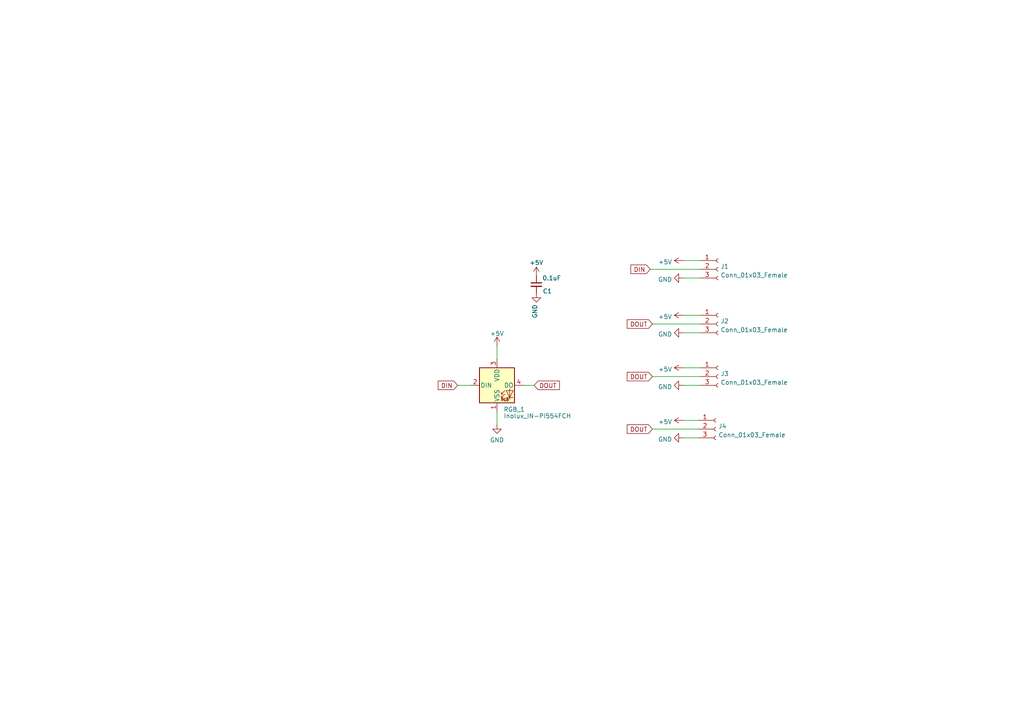
<source format=kicad_sch>
(kicad_sch (version 20211123) (generator eeschema)
  (paper "A4")
  (lib_symbols
    (symbol "Connector:Conn_01x03_Female" (pin_names (offset 1.016) hide)
      (property "Reference" "J" (at 0 5.08 0))
      (property "Value" "Conn_01x03_Female" (at 0 -5.08 0))
      (symbol "Conn_01x03_Female_1_1"
        (arc (start 0 -2.032) (mid -0.508 -2.54) (end 0 -3.048) (stroke (width 0.1524)))
        (polyline (pts (xy -1.27 -2.54) (xy -0.508 -2.54)) (stroke (width 0.1524)))
        (polyline (pts (xy -1.27 0) (xy -0.508 0)) (stroke (width 0.1524)))
        (polyline (pts (xy -1.27 2.54) (xy -0.508 2.54)) (stroke (width 0.1524)))
        (arc (start 0 0.508) (mid -0.508 0) (end 0 -0.508) (stroke (width 0.1524)))
        (arc (start 0 3.048) (mid -0.508 2.54) (end 0 2.032) (stroke (width 0.1524)))
        (pin passive line (at -5.08 2.54 0) (length 3.81) (name "Pin_1") (number "1"))
        (pin passive line (at -5.08 0 0) (length 3.81) (name "Pin_2") (number "2"))
        (pin passive line (at -5.08 -2.54 0) (length 3.81) (name "Pin_3") (number "3"))
      )
    )
    (symbol "Device:C_Small" (pin_numbers hide) (pin_names (offset 0.254) hide)
      (property "Reference" "C" (at 0.254 1.778 0))
      (property "Value" "C_Small" (at 0.254 -2.032 0))
      (symbol "C_Small_0_1"
        (polyline (pts (xy -1.524 -0.508) (xy 1.524 -0.508)) (stroke (width 0.3302)))
        (polyline (pts (xy -1.524 0.508) (xy 1.524 0.508)) (stroke (width 0.3048)))
      )
      (symbol "C_Small_1_1"
        (pin passive line (at 0 2.54 270) (length 2.032) (name "~") (number "1"))
        (pin passive line (at 0 -2.54 90) (length 2.032) (name "~") (number "2"))
      )
    )
    (symbol "LED:Inolux_IN-PI554FCH" (pin_names (offset 0.254))
      (property "Reference" "D" (at 5.08 5.715 0))
      (property "Value" "Inolux_IN-PI554FCH" (at 1.27 -5.715 0))
      (symbol "Inolux_IN-PI554FCH_0_0"
        (text "RGB" (at 2.286 -4.191 0) (effects (font (size 0.762 0.762))))
      )
      (symbol "Inolux_IN-PI554FCH_0_1"
        (polyline (pts (xy 1.27 -3.556) (xy 1.778 -3.556)))
        (polyline (pts (xy 1.27 -2.54) (xy 1.778 -2.54)))
        (polyline (pts (xy 4.699 -3.556) (xy 2.667 -3.556)))
        (polyline (pts (xy 2.286 -2.54) (xy 1.27 -3.556) (xy 1.27 -3.048)))
        (polyline (pts (xy 2.286 -1.524) (xy 1.27 -2.54) (xy 1.27 -2.032)))
        (polyline (pts (xy 3.683 -1.016) (xy 3.683 -3.556) (xy 3.683 -4.064)))
        (polyline (pts (xy 4.699 -1.524) (xy 2.667 -1.524) (xy 3.683 -3.556) (xy 4.699 -1.524)))
        (rectangle (start 5.08 5.08) (end -5.08 -5.08) (stroke (width 0.254)) (fill (type background)))
      )
      (symbol "Inolux_IN-PI554FCH_1_1"
        (pin power_in line (at 0 -7.62 90) (length 2.54) (name "VSS") (number "1"))
        (pin input line (at -7.62 0 0) (length 2.54) (name "DIN") (number "2"))
        (pin power_in line (at 0 7.62 270) (length 2.54) (name "VDD") (number "3"))
        (pin output line (at 7.62 0 180) (length 2.54) (name "DO") (number "4"))
      )
    )
    (symbol "power:+5V" (power) (pin_names (offset 0))
      (property "Value" "+5V" (at 0 3.556 0))
      (symbol "+5V_0_1"
        (polyline (pts (xy -0.762 1.27) (xy 0 2.54)))
        (polyline (pts (xy 0 0) (xy 0 2.54)))
        (polyline (pts (xy 0 2.54) (xy 0.762 1.27)))
      )
      (symbol "+5V_1_1"
        (pin power_in line (at 0 0 90) (length 0) hide (name "+5V") (number "1"))
      )
    )
    (symbol "power:GND" (power) (pin_names (offset 0))
      (property "Value" "GND" (at 0 -3.81 0))
      (symbol "GND_0_1"
        (polyline (pts (xy 0 0) (xy 0 -1.27) (xy 1.27 -1.27) (xy 0 -2.54) (xy -1.27 -1.27) (xy 0 -1.27)))
      )
      (symbol "GND_1_1"
        (pin power_in line (at 0 0 270) (length 0) hide (name "GND") (number "1"))
      )
    )
  )
  (wire (pts (xy 144.145 100.33) (xy 144.145 104.14)))
  (wire (pts (xy 198.12 96.52) (xy 203.2 96.52)))
  (wire (pts (xy 188.595 78.105) (xy 203.2 78.105)))
  (wire (pts (xy 132.715 111.76) (xy 136.525 111.76)))
  (wire (pts (xy 189.23 124.46) (xy 202.565 124.46)))
  (wire (pts (xy 151.765 111.76) (xy 154.94 111.76)))
  (wire (pts (xy 198.12 121.92) (xy 202.565 121.92)))
  (wire (pts (xy 198.12 127) (xy 202.565 127)))
  (wire (pts (xy 198.12 111.76) (xy 203.2 111.76)))
  (wire (pts (xy 189.23 93.98) (xy 203.2 93.98)))
  (wire (pts (xy 198.12 80.645) (xy 203.2 80.645)))
  (wire (pts (xy 198.12 75.565) (xy 203.2 75.565)))
  (wire (pts (xy 144.145 119.38) (xy 144.145 123.19)))
  (wire (pts (xy 198.12 91.44) (xy 203.2 91.44)))
  (wire (pts (xy 198.12 106.68) (xy 203.2 106.68)))
  (wire (pts (xy 189.23 109.22) (xy 203.2 109.22)))
  (global_label "DOUT" (shape input) (at 189.23 124.46 180) (property "Intersheet References" "${INTERSHEET_REFS}" (effects hide)))
  (global_label "DOUT" (shape input) (at 154.94 111.76 0) (property "Intersheet References" "${INTERSHEET_REFS}" (effects hide)))
  (global_label "DOUT" (shape input) (at 189.23 109.22 180) (property "Intersheet References" "${INTERSHEET_REFS}" (effects hide)))
  (global_label "DOUT" (shape input) (at 189.23 93.98 180) (property "Intersheet References" "${INTERSHEET_REFS}" (effects hide)))
  (global_label "DIN" (shape input) (at 132.715 111.76 180) (property "Intersheet References" "${INTERSHEET_REFS}" (effects hide)))
  (global_label "DIN" (shape input) (at 188.595 78.105 180) (property "Intersheet References" "${INTERSHEET_REFS}" (effects hide)))
  (symbol (lib_id "Connector:Conn_01x03_Female") (at 208.28 109.22 0) (unit 1)
    (property "Reference" "J3" (at 208.9912 108.3853 0) (effects (justify left)))
    (property "Value" "Conn_01x03_Female" (at 208.9912 110.9222 0) (effects (justify left)))
    (property "Footprint" "Connector_PinHeader_2.54mm:PinHeader_1x03_P2.54mm_Vertical" (effects hide))
  )
  (symbol (lib_id "Device:C_Small") (at 155.575 82.55 0) (unit 1)
    (property "Reference" "C1" (at 158.75 84.455 0))
    (property "Value" "0.1uF" (at 160.02 80.645 0))
    (property "Footprint" "Capacitor_SMD:C_0805_2012Metric" (effects hide))
  )
  (symbol (lib_id "power:+5V") (at 198.12 106.68 90) (unit 1)
    (property "Reference" "#PWR05" (effects hide))
    (property "Value" "+5V" (at 194.9451 107.1138 90) (effects (justify left)))
  )
  (symbol (lib_id "power:GND") (at 155.575 85.09 0) (unit 1)
    (property "Reference" "#PWR0102" (effects hide))
    (property "Value" "GND" (at 155.1412 88.265 90) (effects (justify right)))
  )
  (symbol (lib_id "power:GND") (at 144.145 123.19 0) (unit 1)
    (property "Reference" "#PWR0103" (effects hide))
    (property "Value" "GND" (at 144.145 127.6334 0))
  )
  (symbol (lib_id "Connector:Conn_01x03_Female") (at 207.645 124.46 0) (unit 1)
    (property "Reference" "J4" (at 208.3562 123.6253 0) (effects (justify left)))
    (property "Value" "Conn_01x03_Female" (at 208.3562 126.1622 0) (effects (justify left)))
    (property "Footprint" "Connector_PinHeader_2.54mm:PinHeader_1x03_P2.54mm_Vertical" (effects hide))
  )
  (symbol (lib_id "power:+5V") (at 198.12 121.92 90) (unit 1)
    (property "Reference" "#PWR07" (effects hide))
    (property "Value" "+5V" (at 194.9451 122.3538 90) (effects (justify left)))
  )
  (symbol (lib_id "power:+5V") (at 144.145 100.33 0) (unit 1)
    (property "Reference" "#PWR0104" (effects hide))
    (property "Value" "+5V" (at 144.145 96.7542 0))
  )
  (symbol (lib_id "power:GND") (at 198.12 111.76 270) (unit 1)
    (property "Reference" "#PWR06" (effects hide))
    (property "Value" "GND" (at 194.9451 112.1938 90) (effects (justify right)))
  )
  (symbol (lib_id "Connector:Conn_01x03_Female") (at 208.28 93.98 0) (unit 1)
    (property "Reference" "J2" (at 208.9912 93.1453 0) (effects (justify left)))
    (property "Value" "Conn_01x03_Female" (at 208.9912 95.6822 0) (effects (justify left)))
    (property "Footprint" "Connector_PinHeader_2.54mm:PinHeader_1x03_P2.54mm_Vertical" (effects hide))
  )
  (symbol (lib_id "power:+5V") (at 198.12 91.44 90) (unit 1)
    (property "Reference" "#PWR03" (effects hide))
    (property "Value" "+5V" (at 194.9451 91.8738 90) (effects (justify left)))
  )
  (symbol (lib_id "power:+5V") (at 155.575 80.01 0) (unit 1)
    (property "Reference" "#PWR0101" (effects hide))
    (property "Value" "+5V" (at 155.575 76.2 0))
  )
  (symbol (lib_id "Connector:Conn_01x03_Female") (at 208.28 78.105 0) (unit 1)
    (property "Reference" "J1" (at 208.9912 77.2703 0) (effects (justify left)))
    (property "Value" "Conn_01x03_Female" (at 208.9912 79.8072 0) (effects (justify left)))
    (property "Footprint" "Connector_PinHeader_2.54mm:PinHeader_1x03_P2.54mm_Vertical" (effects hide))
  )
  (symbol (lib_id "power:GND") (at 198.12 80.645 270) (unit 1)
    (property "Reference" "#PWR02" (effects hide))
    (property "Value" "GND" (at 194.9451 81.0788 90) (effects (justify right)))
  )
  (symbol (lib_id "power:GND") (at 198.12 127 270) (unit 1)
    (property "Reference" "#PWR08" (effects hide))
    (property "Value" "GND" (at 194.9451 127.4338 90) (effects (justify right)))
  )
  (symbol (lib_id "power:+5V") (at 198.12 75.565 90) (unit 1)
    (property "Reference" "#PWR01" (effects hide))
    (property "Value" "+5V" (at 194.9451 75.9988 90) (effects (justify left)))
  )
  (symbol (lib_id "power:GND") (at 198.12 96.52 270) (unit 1)
    (property "Reference" "#PWR04" (effects hide))
    (property "Value" "GND" (at 194.9451 96.9538 90) (effects (justify right)))
  )
  (symbol (lib_id "LED:Inolux_IN-PI554FCH") (at 144.145 111.76 0) (unit 1)
    (property "Reference" "RGB_1" (at 146.05 118.745 0) (effects (justify left)))
    (property "Value" "Inolux_IN-PI554FCH" (at 146.05 120.65 0) (effects (justify left)))
    (property "Footprint" "LED_SMD:LED_Inolux_IN-PI554FCH_PLCC4_5.0x5.0mm_P3.2mm" (effects hide))
    (property "Datasheet" "http://www.inolux-corp.com/datasheet/SMDLED/Addressable%20LED/IN-PI554FCH.pdf" (effects hide))
  )
)
</source>
